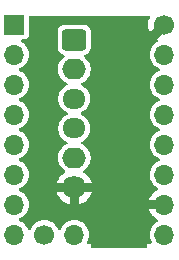
<source format=gbr>
%TF.GenerationSoftware,KiCad,Pcbnew,8.0.1*%
%TF.CreationDate,2024-05-19T23:11:23-04:00*%
%TF.ProjectId,stepstick-breakout,73746570-7374-4696-936b-2d627265616b,rev?*%
%TF.SameCoordinates,Original*%
%TF.FileFunction,Copper,L2,Bot*%
%TF.FilePolarity,Positive*%
%FSLAX46Y46*%
G04 Gerber Fmt 4.6, Leading zero omitted, Abs format (unit mm)*
G04 Created by KiCad (PCBNEW 8.0.1) date 2024-05-19 23:11:23*
%MOMM*%
%LPD*%
G01*
G04 APERTURE LIST*
G04 Aperture macros list*
%AMRoundRect*
0 Rectangle with rounded corners*
0 $1 Rounding radius*
0 $2 $3 $4 $5 $6 $7 $8 $9 X,Y pos of 4 corners*
0 Add a 4 corners polygon primitive as box body*
4,1,4,$2,$3,$4,$5,$6,$7,$8,$9,$2,$3,0*
0 Add four circle primitives for the rounded corners*
1,1,$1+$1,$2,$3*
1,1,$1+$1,$4,$5*
1,1,$1+$1,$6,$7*
1,1,$1+$1,$8,$9*
0 Add four rect primitives between the rounded corners*
20,1,$1+$1,$2,$3,$4,$5,0*
20,1,$1+$1,$4,$5,$6,$7,0*
20,1,$1+$1,$6,$7,$8,$9,0*
20,1,$1+$1,$8,$9,$2,$3,0*%
G04 Aperture macros list end*
%TA.AperFunction,Conductor*%
%ADD10C,0.200000*%
%TD*%
%TA.AperFunction,ComponentPad*%
%ADD11RoundRect,0.264706X-0.760294X0.635294X-0.760294X-0.635294X0.760294X-0.635294X0.760294X0.635294X0*%
%TD*%
%TA.AperFunction,ComponentPad*%
%ADD12O,2.000000X1.750000*%
%TD*%
%TA.AperFunction,ComponentPad*%
%ADD13O,1.950000X1.700000*%
%TD*%
%TA.AperFunction,ComponentPad*%
%ADD14O,2.050000X1.800000*%
%TD*%
%TA.AperFunction,ComponentPad*%
%ADD15C,1.700000*%
%TD*%
%TA.AperFunction,ComponentPad*%
%ADD16O,1.700000X1.700000*%
%TD*%
%TA.AperFunction,ComponentPad*%
%ADD17R,1.700000X1.700000*%
%TD*%
G04 APERTURE END LIST*
%TO.N,/GND*%
D10*
X109474000Y-73914000D02*
X114046000Y-73914000D01*
X114046000Y-78486000D01*
X109474000Y-78486000D01*
X109474000Y-73914000D01*
%TA.AperFunction,Conductor*%
G36*
X109474000Y-73914000D02*
G01*
X114046000Y-73914000D01*
X114046000Y-78486000D01*
X109474000Y-78486000D01*
X109474000Y-73914000D01*
G37*
%TD.AperFunction*%
%TD*%
D11*
%TO.P,J3,1,Pin_1*%
%TO.N,/Dir*%
X107950000Y-60960000D03*
D12*
%TO.P,J3,2,Pin_2*%
%TO.N,/Step*%
X107950000Y-63460000D03*
D13*
%TO.P,J3,3,Pin_3*%
%TO.N,/En*%
X107950000Y-65960000D03*
%TO.P,J3,4,Pin_4*%
%TO.N,/DIAG*%
X107950000Y-68460000D03*
D12*
%TO.P,J3,5,Pin_5*%
%TO.N,/Vm*%
X107950000Y-70960000D03*
D14*
%TO.P,J3,6,Pin_6*%
%TO.N,/GND*%
X107950000Y-73460000D03*
%TD*%
D15*
%TO.P,J4,1,Pin_1*%
%TO.N,/DIAG*%
X105410000Y-77470000D03*
D16*
%TO.P,J4,2,Pin_2*%
%TO.N,/INDEX*%
X107950000Y-77470000D03*
%TD*%
%TO.P,J2,8,Pin_8*%
%TO.N,/En*%
X102870000Y-77470000D03*
%TO.P,J2,7,Pin_7*%
%TO.N,/MS2*%
X102870000Y-74930000D03*
%TO.P,J2,6,Pin_6*%
%TO.N,/MS1*%
X102870000Y-72390000D03*
%TO.P,J2,5,Pin_5*%
%TO.N,/SPREAD*%
X102870000Y-69850000D03*
%TO.P,J2,4,Pin_4*%
%TO.N,/PDN{slash}UART 2*%
X102870000Y-67310000D03*
%TO.P,J2,3,Pin_3*%
%TO.N,/PDN{slash}UART 1*%
X102870000Y-64770000D03*
%TO.P,J2,2,Pin_2*%
%TO.N,/Step*%
X102870000Y-62230000D03*
D17*
%TO.P,J2,1,Pin_1*%
%TO.N,/Dir*%
X102870000Y-59690000D03*
%TD*%
D16*
%TO.P,J1,8,Pin_8*%
%TO.N,/Vm*%
X115570000Y-77470000D03*
%TO.P,J1,7,Pin_7*%
%TO.N,/GND*%
X115570000Y-74930000D03*
%TO.P,J1,6,Pin_6*%
%TO.N,/Motor 2-B*%
X115570000Y-72390000D03*
%TO.P,J1,5,Pin_5*%
%TO.N,/Motor 2-A*%
X115570000Y-69850000D03*
%TO.P,J1,4,Pin_4*%
%TO.N,/Motor 1-A*%
X115570000Y-67310000D03*
%TO.P,J1,3,Pin_3*%
%TO.N,/Motor 1-B*%
X115570000Y-64770000D03*
%TO.P,J1,2,Pin_2*%
%TO.N,/Vio*%
X115570000Y-62230000D03*
D15*
%TO.P,J1,1,Pin_1*%
%TO.N,/GND*%
X115570000Y-59690000D03*
%TD*%
%TA.AperFunction,Conductor*%
%TO.N,/GND*%
G36*
X114299898Y-58940502D02*
G01*
X114346391Y-58994158D01*
X114356495Y-59064432D01*
X114347164Y-59097114D01*
X114281179Y-59247543D01*
X114281176Y-59247550D01*
X114225932Y-59465707D01*
X114207346Y-59690000D01*
X114225932Y-59914292D01*
X114281176Y-60132449D01*
X114281179Y-60132456D01*
X114371580Y-60338548D01*
X114375948Y-60345235D01*
X114375948Y-60345236D01*
X115070000Y-59651184D01*
X115070000Y-59755826D01*
X115104075Y-59882993D01*
X115169901Y-59997007D01*
X115262993Y-60090099D01*
X115377007Y-60155925D01*
X115504174Y-60190000D01*
X115608813Y-60190000D01*
X114917711Y-60881101D01*
X114917711Y-60881103D01*
X114989552Y-60919982D01*
X115039942Y-60969995D01*
X115055294Y-61039312D01*
X115030733Y-61105925D01*
X114982835Y-61144988D01*
X114951900Y-61159413D01*
X114775386Y-61283010D01*
X114775380Y-61283015D01*
X114623015Y-61435380D01*
X114623010Y-61435386D01*
X114499416Y-61611897D01*
X114408349Y-61807190D01*
X114408347Y-61807195D01*
X114352577Y-62015331D01*
X114333796Y-62230000D01*
X114352577Y-62444668D01*
X114408347Y-62652804D01*
X114408349Y-62652809D01*
X114499416Y-62848102D01*
X114590144Y-62977676D01*
X114623013Y-63024617D01*
X114775383Y-63176987D01*
X114951898Y-63300584D01*
X115081698Y-63361111D01*
X115134654Y-63385805D01*
X115187939Y-63432723D01*
X115207400Y-63501000D01*
X115186858Y-63568960D01*
X115134654Y-63614195D01*
X114951897Y-63699416D01*
X114775386Y-63823010D01*
X114775380Y-63823015D01*
X114623015Y-63975380D01*
X114623010Y-63975386D01*
X114499416Y-64151897D01*
X114408349Y-64347190D01*
X114408347Y-64347195D01*
X114352577Y-64555331D01*
X114333796Y-64770000D01*
X114352577Y-64984668D01*
X114408347Y-65192804D01*
X114408349Y-65192809D01*
X114499416Y-65388102D01*
X114568855Y-65487272D01*
X114623013Y-65564617D01*
X114775383Y-65716987D01*
X114951898Y-65840584D01*
X115116085Y-65917146D01*
X115134654Y-65925805D01*
X115187939Y-65972723D01*
X115207400Y-66041000D01*
X115186858Y-66108960D01*
X115134654Y-66154195D01*
X114951897Y-66239416D01*
X114775386Y-66363010D01*
X114775380Y-66363015D01*
X114623015Y-66515380D01*
X114623010Y-66515386D01*
X114499416Y-66691897D01*
X114408349Y-66887190D01*
X114408347Y-66887195D01*
X114352577Y-67095331D01*
X114333796Y-67310000D01*
X114352577Y-67524668D01*
X114408347Y-67732804D01*
X114408348Y-67732807D01*
X114499416Y-67928102D01*
X114623013Y-68104617D01*
X114775383Y-68256987D01*
X114951898Y-68380584D01*
X115116085Y-68457146D01*
X115134654Y-68465805D01*
X115187939Y-68512723D01*
X115207400Y-68581000D01*
X115186858Y-68648960D01*
X115134654Y-68694195D01*
X114951897Y-68779416D01*
X114775386Y-68903010D01*
X114775380Y-68903015D01*
X114623015Y-69055380D01*
X114623010Y-69055386D01*
X114499416Y-69231897D01*
X114408349Y-69427190D01*
X114408347Y-69427195D01*
X114352577Y-69635331D01*
X114333796Y-69850000D01*
X114352577Y-70064668D01*
X114408347Y-70272804D01*
X114408348Y-70272807D01*
X114499416Y-70468102D01*
X114623013Y-70644617D01*
X114775383Y-70796987D01*
X114951898Y-70920584D01*
X115116085Y-70997146D01*
X115134654Y-71005805D01*
X115187939Y-71052723D01*
X115207400Y-71121000D01*
X115186858Y-71188960D01*
X115134654Y-71234195D01*
X114951897Y-71319416D01*
X114775386Y-71443010D01*
X114775380Y-71443015D01*
X114623015Y-71595380D01*
X114623010Y-71595386D01*
X114499416Y-71771897D01*
X114408349Y-71967190D01*
X114408347Y-71967195D01*
X114352577Y-72175331D01*
X114333796Y-72390000D01*
X114352577Y-72604668D01*
X114384028Y-72722043D01*
X114408348Y-72812807D01*
X114499416Y-73008102D01*
X114623013Y-73184617D01*
X114775383Y-73336987D01*
X114951898Y-73460584D01*
X114975416Y-73471550D01*
X114982832Y-73475009D01*
X115036117Y-73521927D01*
X115055578Y-73590204D01*
X115035036Y-73658164D01*
X114989552Y-73700017D01*
X114824704Y-73789228D01*
X114824698Y-73789232D01*
X114647097Y-73927465D01*
X114494674Y-74093041D01*
X114371580Y-74281451D01*
X114281179Y-74487543D01*
X114281176Y-74487550D01*
X114265615Y-74548999D01*
X114265616Y-74549000D01*
X115243894Y-74549000D01*
X115169901Y-74622993D01*
X115104075Y-74737007D01*
X115070000Y-74864174D01*
X115070000Y-74995826D01*
X115104075Y-75122993D01*
X115169901Y-75237007D01*
X115243894Y-75311000D01*
X114265616Y-75311000D01*
X114281176Y-75372449D01*
X114281179Y-75372456D01*
X114371580Y-75578548D01*
X114494674Y-75766958D01*
X114647097Y-75932534D01*
X114824698Y-76070767D01*
X114824699Y-76070768D01*
X114989551Y-76159981D01*
X115039942Y-76209994D01*
X115055294Y-76279311D01*
X115030733Y-76345924D01*
X114982835Y-76384988D01*
X114951900Y-76399413D01*
X114775386Y-76523010D01*
X114775380Y-76523015D01*
X114623015Y-76675380D01*
X114623010Y-76675386D01*
X114499416Y-76851897D01*
X114408349Y-77047190D01*
X114408347Y-77047195D01*
X114352577Y-77255331D01*
X114333796Y-77470000D01*
X114352577Y-77684668D01*
X114408347Y-77892804D01*
X114408349Y-77892809D01*
X114486428Y-78060250D01*
X114497089Y-78130442D01*
X114468109Y-78195254D01*
X114408689Y-78234111D01*
X114372233Y-78239500D01*
X109147767Y-78239500D01*
X109079646Y-78219498D01*
X109033153Y-78165842D01*
X109023049Y-78095568D01*
X109033572Y-78060250D01*
X109052244Y-78020205D01*
X109111652Y-77892807D01*
X109167423Y-77684665D01*
X109186204Y-77470000D01*
X109167423Y-77255335D01*
X109111652Y-77047193D01*
X109020584Y-76851898D01*
X108896987Y-76675383D01*
X108744617Y-76523013D01*
X108568102Y-76399416D01*
X108372807Y-76308348D01*
X108372805Y-76308347D01*
X108372804Y-76308347D01*
X108164668Y-76252577D01*
X107950000Y-76233796D01*
X107735331Y-76252577D01*
X107527195Y-76308347D01*
X107527190Y-76308349D01*
X107331897Y-76399416D01*
X107155386Y-76523010D01*
X107155380Y-76523015D01*
X107003015Y-76675380D01*
X107003010Y-76675386D01*
X106879416Y-76851897D01*
X106794195Y-77034654D01*
X106747277Y-77087939D01*
X106679000Y-77107400D01*
X106611040Y-77086858D01*
X106565805Y-77034654D01*
X106557146Y-77016085D01*
X106480584Y-76851898D01*
X106356987Y-76675383D01*
X106204617Y-76523013D01*
X106028102Y-76399416D01*
X105832807Y-76308348D01*
X105832805Y-76308347D01*
X105832804Y-76308347D01*
X105624668Y-76252577D01*
X105410000Y-76233796D01*
X105195331Y-76252577D01*
X104987195Y-76308347D01*
X104987190Y-76308349D01*
X104791897Y-76399416D01*
X104615386Y-76523010D01*
X104615380Y-76523015D01*
X104463015Y-76675380D01*
X104463010Y-76675386D01*
X104339416Y-76851897D01*
X104254195Y-77034654D01*
X104207277Y-77087939D01*
X104139000Y-77107400D01*
X104071040Y-77086858D01*
X104025805Y-77034654D01*
X104017146Y-77016085D01*
X103940584Y-76851898D01*
X103816987Y-76675383D01*
X103664617Y-76523013D01*
X103488102Y-76399416D01*
X103305344Y-76314194D01*
X103252060Y-76267278D01*
X103232599Y-76199000D01*
X103253141Y-76131040D01*
X103305343Y-76085805D01*
X103488102Y-76000584D01*
X103664617Y-75876987D01*
X103816987Y-75724617D01*
X103940584Y-75548102D01*
X104031652Y-75352807D01*
X104087423Y-75144665D01*
X104106204Y-74930000D01*
X104087423Y-74715335D01*
X104031652Y-74507193D01*
X103940584Y-74311898D01*
X103816987Y-74135383D01*
X103664617Y-73983013D01*
X103616358Y-73949222D01*
X103488102Y-73859416D01*
X103448609Y-73841000D01*
X106468335Y-73841000D01*
X106520153Y-74000480D01*
X106620772Y-74197956D01*
X106751039Y-74377253D01*
X106907746Y-74533960D01*
X107087043Y-74664227D01*
X107284514Y-74764843D01*
X107284516Y-74764844D01*
X107495292Y-74833330D01*
X107495299Y-74833332D01*
X107569000Y-74845004D01*
X107569000Y-73841000D01*
X106468335Y-73841000D01*
X103448609Y-73841000D01*
X103305344Y-73774194D01*
X103252060Y-73727278D01*
X103232599Y-73659000D01*
X103253141Y-73591040D01*
X103305343Y-73545805D01*
X103488102Y-73460584D01*
X103664617Y-73336987D01*
X103816987Y-73184617D01*
X103890941Y-73079000D01*
X106468335Y-73079000D01*
X107588539Y-73079000D01*
X107529896Y-73137643D01*
X107460778Y-73257358D01*
X107425000Y-73390882D01*
X107425000Y-73529118D01*
X107460778Y-73662642D01*
X107529896Y-73782357D01*
X107627643Y-73880104D01*
X107747358Y-73949222D01*
X107880882Y-73985000D01*
X108019118Y-73985000D01*
X108152642Y-73949222D01*
X108272357Y-73880104D01*
X108311461Y-73841000D01*
X108331000Y-73841000D01*
X108331000Y-74845003D01*
X108404700Y-74833332D01*
X108404707Y-74833330D01*
X108615483Y-74764844D01*
X108615485Y-74764843D01*
X108812956Y-74664227D01*
X108992253Y-74533960D01*
X109148960Y-74377253D01*
X109279227Y-74197956D01*
X109379846Y-74000480D01*
X109431665Y-73841000D01*
X108331000Y-73841000D01*
X108311461Y-73841000D01*
X108370104Y-73782357D01*
X108439222Y-73662642D01*
X108475000Y-73529118D01*
X108475000Y-73390882D01*
X108439222Y-73257358D01*
X108370104Y-73137643D01*
X108311461Y-73079000D01*
X109431664Y-73079000D01*
X109379846Y-72919519D01*
X109279227Y-72722043D01*
X109148960Y-72542746D01*
X108992253Y-72386039D01*
X108812956Y-72255772D01*
X108770597Y-72234189D01*
X108718982Y-72185441D01*
X108701916Y-72116526D01*
X108724817Y-72049324D01*
X108753739Y-72019986D01*
X108893555Y-71918404D01*
X109033404Y-71778555D01*
X109149655Y-71618549D01*
X109239444Y-71442328D01*
X109300560Y-71254231D01*
X109331500Y-71058889D01*
X109331500Y-70861111D01*
X109300560Y-70665769D01*
X109239444Y-70477672D01*
X109149655Y-70301451D01*
X109033404Y-70141445D01*
X109033401Y-70141442D01*
X109033399Y-70141439D01*
X108893560Y-70001600D01*
X108893557Y-70001598D01*
X108893555Y-70001596D01*
X108733549Y-69885345D01*
X108582216Y-69808237D01*
X108530602Y-69759490D01*
X108513536Y-69690575D01*
X108536437Y-69623373D01*
X108582214Y-69583706D01*
X108720447Y-69513273D01*
X108877268Y-69399336D01*
X109014336Y-69262268D01*
X109128273Y-69105447D01*
X109216276Y-68932732D01*
X109276176Y-68748377D01*
X109306500Y-68556921D01*
X109306500Y-68363079D01*
X109276176Y-68171623D01*
X109216276Y-67987268D01*
X109128273Y-67814553D01*
X109014336Y-67657732D01*
X109014333Y-67657729D01*
X109014331Y-67657726D01*
X108877273Y-67520668D01*
X108877270Y-67520666D01*
X108877268Y-67520664D01*
X108720447Y-67406727D01*
X108554682Y-67322265D01*
X108503069Y-67273519D01*
X108486003Y-67204604D01*
X108508904Y-67137402D01*
X108554681Y-67097734D01*
X108720447Y-67013273D01*
X108877268Y-66899336D01*
X109014336Y-66762268D01*
X109128273Y-66605447D01*
X109216276Y-66432732D01*
X109276176Y-66248377D01*
X109306500Y-66056921D01*
X109306500Y-65863079D01*
X109276176Y-65671623D01*
X109216276Y-65487268D01*
X109128273Y-65314553D01*
X109014336Y-65157732D01*
X109014333Y-65157729D01*
X109014331Y-65157726D01*
X108877273Y-65020668D01*
X108877270Y-65020666D01*
X108877268Y-65020664D01*
X108791502Y-64958351D01*
X108720449Y-64906728D01*
X108582217Y-64836295D01*
X108530602Y-64787546D01*
X108513536Y-64718631D01*
X108536437Y-64651430D01*
X108582215Y-64611763D01*
X108733549Y-64534655D01*
X108893555Y-64418404D01*
X109033404Y-64278555D01*
X109149655Y-64118549D01*
X109239444Y-63942328D01*
X109300560Y-63754231D01*
X109331500Y-63558889D01*
X109331500Y-63361111D01*
X109300560Y-63165769D01*
X109239444Y-62977672D01*
X109149655Y-62801451D01*
X109033404Y-62641445D01*
X109033401Y-62641442D01*
X109033399Y-62641439D01*
X108893560Y-62501600D01*
X108893557Y-62501598D01*
X108893556Y-62501597D01*
X108893555Y-62501596D01*
X108819822Y-62448026D01*
X108776469Y-62391805D01*
X108770394Y-62321069D01*
X108803525Y-62258277D01*
X108858729Y-62225094D01*
X108968973Y-62193066D01*
X108968975Y-62193064D01*
X108968977Y-62193064D01*
X109039239Y-62151510D01*
X109109506Y-62109955D01*
X109224955Y-61994506D01*
X109308066Y-61853973D01*
X109353617Y-61697186D01*
X109356499Y-61660561D01*
X109356500Y-61660561D01*
X109356500Y-60259438D01*
X109356499Y-60259437D01*
X109353617Y-60222814D01*
X109308066Y-60066027D01*
X109308064Y-60066025D01*
X109308064Y-60066022D01*
X109224957Y-59925497D01*
X109224952Y-59925490D01*
X109109509Y-59810047D01*
X109109502Y-59810042D01*
X108968977Y-59726935D01*
X108812191Y-59681384D01*
X108812187Y-59681383D01*
X108812186Y-59681383D01*
X108812182Y-59681382D01*
X108812178Y-59681382D01*
X108775562Y-59678500D01*
X108775554Y-59678500D01*
X107124446Y-59678500D01*
X107124438Y-59678500D01*
X107087821Y-59681382D01*
X107087808Y-59681384D01*
X106931022Y-59726935D01*
X106790497Y-59810042D01*
X106790490Y-59810047D01*
X106675047Y-59925490D01*
X106675042Y-59925497D01*
X106591935Y-60066022D01*
X106546384Y-60222808D01*
X106546382Y-60222821D01*
X106543500Y-60259437D01*
X106543500Y-61660562D01*
X106546382Y-61697178D01*
X106546384Y-61697191D01*
X106591935Y-61853977D01*
X106675042Y-61994502D01*
X106675047Y-61994509D01*
X106790490Y-62109952D01*
X106790497Y-62109957D01*
X106931022Y-62193064D01*
X106931025Y-62193064D01*
X106931027Y-62193066D01*
X107041268Y-62225094D01*
X107101104Y-62263307D01*
X107130781Y-62327804D01*
X107120877Y-62398106D01*
X107080176Y-62448027D01*
X107006442Y-62501597D01*
X106866600Y-62641439D01*
X106866598Y-62641442D01*
X106750347Y-62801447D01*
X106660557Y-62977670D01*
X106660554Y-62977676D01*
X106599441Y-63165764D01*
X106599440Y-63165767D01*
X106599440Y-63165769D01*
X106568500Y-63361111D01*
X106568500Y-63558889D01*
X106599440Y-63754231D01*
X106660556Y-63942328D01*
X106750345Y-64118549D01*
X106866596Y-64278555D01*
X106866598Y-64278557D01*
X106866600Y-64278560D01*
X107006439Y-64418399D01*
X107006442Y-64418401D01*
X107006445Y-64418404D01*
X107166451Y-64534655D01*
X107317784Y-64611763D01*
X107369397Y-64660509D01*
X107386463Y-64729424D01*
X107363562Y-64796626D01*
X107317783Y-64836294D01*
X107179552Y-64906727D01*
X107022729Y-65020666D01*
X107022726Y-65020668D01*
X106885668Y-65157726D01*
X106885666Y-65157729D01*
X106771729Y-65314549D01*
X106683725Y-65487266D01*
X106683722Y-65487272D01*
X106623825Y-65671617D01*
X106623824Y-65671622D01*
X106623824Y-65671623D01*
X106593500Y-65863079D01*
X106593500Y-66056921D01*
X106607981Y-66148348D01*
X106623825Y-66248382D01*
X106683722Y-66432727D01*
X106683724Y-66432732D01*
X106771727Y-66605447D01*
X106885664Y-66762268D01*
X106885666Y-66762270D01*
X106885668Y-66762273D01*
X107022726Y-66899331D01*
X107022729Y-66899333D01*
X107022732Y-66899336D01*
X107179553Y-67013273D01*
X107345315Y-67097733D01*
X107396930Y-67146482D01*
X107413996Y-67215396D01*
X107391095Y-67282598D01*
X107345315Y-67322266D01*
X107200955Y-67395821D01*
X107179549Y-67406729D01*
X107022729Y-67520666D01*
X107022726Y-67520668D01*
X106885668Y-67657726D01*
X106885666Y-67657729D01*
X106771729Y-67814549D01*
X106683725Y-67987266D01*
X106683722Y-67987272D01*
X106623825Y-68171617D01*
X106623824Y-68171622D01*
X106623824Y-68171623D01*
X106593500Y-68363079D01*
X106593500Y-68556921D01*
X106623824Y-68748377D01*
X106623825Y-68748382D01*
X106674068Y-68903015D01*
X106683724Y-68932732D01*
X106771727Y-69105447D01*
X106885664Y-69262268D01*
X106885666Y-69262270D01*
X106885668Y-69262273D01*
X107022726Y-69399331D01*
X107022729Y-69399333D01*
X107022732Y-69399336D01*
X107179553Y-69513273D01*
X107317783Y-69583704D01*
X107369397Y-69632452D01*
X107386463Y-69701367D01*
X107363562Y-69768569D01*
X107317782Y-69808238D01*
X107166447Y-69885347D01*
X107006442Y-70001598D01*
X107006439Y-70001600D01*
X106866600Y-70141439D01*
X106866598Y-70141442D01*
X106750347Y-70301447D01*
X106660557Y-70477670D01*
X106660554Y-70477676D01*
X106599441Y-70665764D01*
X106599440Y-70665767D01*
X106599440Y-70665769D01*
X106568500Y-70861111D01*
X106568500Y-71058889D01*
X106596267Y-71234195D01*
X106599441Y-71254235D01*
X106620619Y-71319416D01*
X106660556Y-71442328D01*
X106750345Y-71618549D01*
X106866596Y-71778555D01*
X106866598Y-71778557D01*
X106866600Y-71778560D01*
X107006442Y-71918402D01*
X107146260Y-72019986D01*
X107189614Y-72076209D01*
X107195689Y-72146945D01*
X107162557Y-72209736D01*
X107129403Y-72234188D01*
X107087046Y-72255770D01*
X106907746Y-72386039D01*
X106751039Y-72542746D01*
X106620772Y-72722043D01*
X106520153Y-72919519D01*
X106468335Y-73079000D01*
X103890941Y-73079000D01*
X103940584Y-73008102D01*
X104031652Y-72812807D01*
X104087423Y-72604665D01*
X104106204Y-72390000D01*
X104087423Y-72175335D01*
X104031652Y-71967193D01*
X103940584Y-71771898D01*
X103816987Y-71595383D01*
X103664617Y-71443013D01*
X103488102Y-71319416D01*
X103305344Y-71234194D01*
X103252060Y-71187278D01*
X103232599Y-71119000D01*
X103253141Y-71051040D01*
X103305343Y-71005805D01*
X103488102Y-70920584D01*
X103664617Y-70796987D01*
X103816987Y-70644617D01*
X103940584Y-70468102D01*
X104031652Y-70272807D01*
X104087423Y-70064665D01*
X104106204Y-69850000D01*
X104087423Y-69635335D01*
X104031652Y-69427193D01*
X103940584Y-69231898D01*
X103816987Y-69055383D01*
X103664617Y-68903013D01*
X103488102Y-68779416D01*
X103305344Y-68694194D01*
X103252060Y-68647278D01*
X103232599Y-68579000D01*
X103253141Y-68511040D01*
X103305343Y-68465805D01*
X103488102Y-68380584D01*
X103664617Y-68256987D01*
X103816987Y-68104617D01*
X103940584Y-67928102D01*
X104031652Y-67732807D01*
X104087423Y-67524665D01*
X104106204Y-67310000D01*
X104087423Y-67095335D01*
X104031652Y-66887193D01*
X103940584Y-66691898D01*
X103816987Y-66515383D01*
X103664617Y-66363013D01*
X103488102Y-66239416D01*
X103305344Y-66154194D01*
X103252060Y-66107278D01*
X103232599Y-66039000D01*
X103253141Y-65971040D01*
X103305343Y-65925805D01*
X103488102Y-65840584D01*
X103664617Y-65716987D01*
X103816987Y-65564617D01*
X103940584Y-65388102D01*
X104031652Y-65192807D01*
X104087423Y-64984665D01*
X104106204Y-64770000D01*
X104087423Y-64555335D01*
X104031652Y-64347193D01*
X103940584Y-64151898D01*
X103816987Y-63975383D01*
X103664617Y-63823013D01*
X103488102Y-63699416D01*
X103305344Y-63614194D01*
X103252060Y-63567278D01*
X103232599Y-63499000D01*
X103253141Y-63431040D01*
X103305343Y-63385805D01*
X103488102Y-63300584D01*
X103664617Y-63176987D01*
X103816987Y-63024617D01*
X103940584Y-62848102D01*
X104031652Y-62652807D01*
X104087423Y-62444665D01*
X104106204Y-62230000D01*
X104087423Y-62015335D01*
X104031652Y-61807193D01*
X103940584Y-61611898D01*
X103816987Y-61435383D01*
X103664617Y-61283013D01*
X103639499Y-61265425D01*
X103488099Y-61159413D01*
X103483338Y-61156665D01*
X103484682Y-61154336D01*
X103439796Y-61114923D01*
X103420242Y-61046672D01*
X103440691Y-60978685D01*
X103494651Y-60932545D01*
X103546239Y-60921500D01*
X103756200Y-60921500D01*
X103756206Y-60921500D01*
X103830361Y-60910696D01*
X103944746Y-60854776D01*
X104034776Y-60764746D01*
X104090696Y-60650361D01*
X104101500Y-60576206D01*
X104101500Y-59046500D01*
X104121502Y-58978379D01*
X104175158Y-58931886D01*
X104227500Y-58920500D01*
X114231777Y-58920500D01*
X114299898Y-58940502D01*
G37*
%TD.AperFunction*%
%TD*%
M02*

</source>
